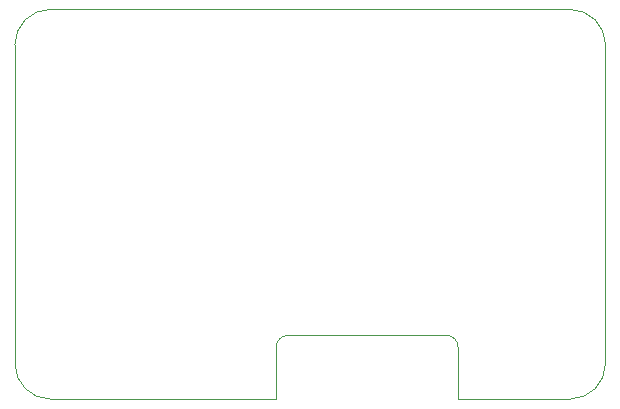
<source format=gm1>
G04 Layer_Color=16711935*
%FSAX44Y44*%
%MOMM*%
G71*
G01*
G75*
%ADD72C,0.0254*%
D72*
X10000000Y10030000D02*
G03*
X10030000Y10000000I00030000J00000000D01*
G01*
X10470000Y10000000D02*
G03*
X10500000Y10030000I00000000J00030000D01*
G01*
X10500000Y10300000D02*
G03*
X10470000Y10330000I-00030000J00000000D01*
G01*
X10030000D02*
G03*
X10000000Y10300000I00000000J-00030000D01*
G01*
X10231238Y10054000D02*
G03*
X10221238Y10044000I00000000J-00010000D01*
G01*
X10375238D02*
G03*
X10365238Y10054000I-00010000J00000000D01*
G01*
X10000000Y10030000D02*
Y10300000D01*
X10500000Y10030000D02*
Y10300000D01*
X10030000Y10000000D02*
X10221238D01*
X10375238D02*
X10470000D01*
X10221238D02*
Y10044000D01*
X10375238Y10000000D02*
Y10044000D01*
X10231238Y10054000D02*
X10365238D01*
X10030000Y10330000D02*
X10470000D01*
M02*

</source>
